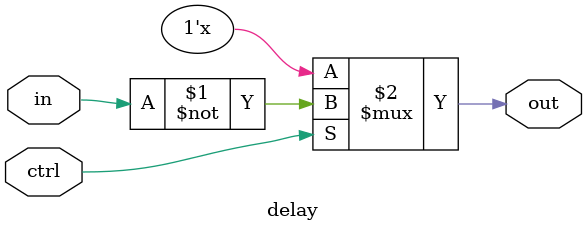
<source format=v>
`timescale 1ns/100ps
module delay(output out, input in, ctrl);

	// NOTIF0 gate has delay
	notif0 #(40,60,80) nif0 (out, in, ctrl); 
endmodule
</source>
